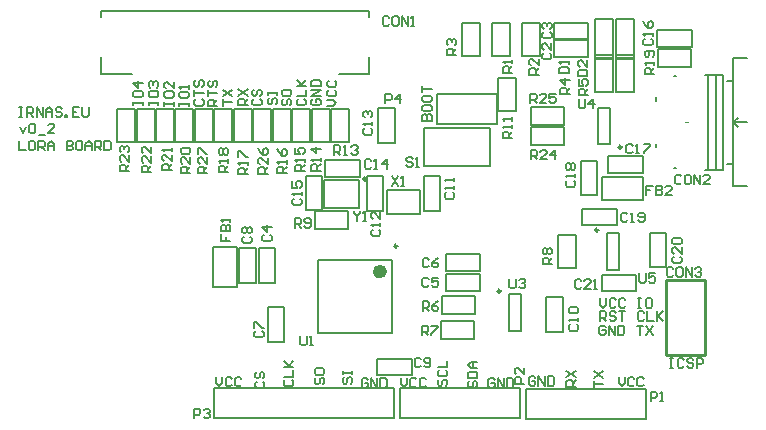
<source format=gto>
G04*
G04 #@! TF.GenerationSoftware,Altium Limited,Altium Designer,19.0.12 (326)*
G04*
G04 Layer_Color=65535*
%FSAX25Y25*%
%MOIN*%
G70*
G01*
G75*
%ADD10C,0.00984*%
%ADD11C,0.02362*%
%ADD12C,0.01181*%
%ADD13C,0.00787*%
%ADD14C,0.01000*%
%ADD15C,0.00315*%
%ADD16C,0.00591*%
%ADD17C,0.00709*%
D10*
X0487862Y0375197D02*
G03*
X0487862Y0375197I-0000492J0000000D01*
G01*
X0480079Y0347587D02*
G03*
X0480079Y0347587I-0000492J0000000D01*
G01*
X0447469Y0327264D02*
G03*
X0447469Y0327264I-0000492J0000000D01*
G01*
X0413075Y0342232D02*
G03*
X0413075Y0342232I-0000492J0000000D01*
G01*
D11*
X0408449Y0333768D02*
G03*
X0408449Y0333768I-0001181J0000000D01*
G01*
D12*
X0402724Y0364665D02*
G03*
X0402724Y0364665I-0000394J0000000D01*
G01*
D13*
X0446545Y0387413D02*
X0452545D01*
X0446545D02*
Y0398413D01*
X0452545D01*
Y0387413D02*
Y0398413D01*
X0426169Y0382894D02*
Y0392894D01*
X0446169D01*
Y0382894D02*
Y0392894D01*
X0426169Y0382894D02*
X0446169D01*
X0454547Y0405500D02*
X0460547D01*
X0454547D02*
Y0416500D01*
X0460547D01*
Y0405500D02*
Y0416500D01*
X0444500Y0416500D02*
X0450500D01*
Y0405500D02*
Y0416500D01*
X0444500Y0405500D02*
X0450500D01*
X0444500D02*
Y0416500D01*
X0434500Y0405500D02*
X0440500D01*
X0434500D02*
Y0416500D01*
X0440500D01*
Y0405500D02*
Y0416500D01*
X0479000Y0404547D02*
X0485000D01*
Y0393547D02*
Y0404547D01*
X0479000Y0393547D02*
X0485000D01*
X0479000D02*
Y0404547D01*
X0486000Y0404500D02*
X0492000D01*
Y0393500D02*
Y0404500D01*
X0486000Y0393500D02*
X0492000D01*
X0486000D02*
Y0404500D01*
X0439032Y0319736D02*
Y0325736D01*
X0428031Y0319736D02*
X0439032D01*
X0428031D02*
Y0325736D01*
X0439032D01*
X0427638Y0311370D02*
Y0317370D01*
X0438638D01*
Y0311370D02*
Y0317370D01*
X0427638Y0311370D02*
X0438638D01*
X0466500Y0335000D02*
X0472500D01*
X0466500D02*
Y0346000D01*
X0472500D01*
Y0335000D02*
Y0346000D01*
X0396512Y0347984D02*
Y0353984D01*
X0385512Y0347984D02*
X0396512D01*
X0385512D02*
Y0353984D01*
X0396512D01*
X0391000Y0387953D02*
X0397000D01*
Y0376953D02*
Y0387953D01*
X0391000Y0376953D02*
X0397000D01*
X0391000D02*
Y0387953D01*
X0384514D02*
X0390514D01*
Y0376953D02*
Y0387953D01*
X0384514Y0376953D02*
X0390514D01*
X0384514D02*
Y0387953D01*
X0378028D02*
X0384028D01*
Y0376953D02*
Y0387953D01*
X0378028Y0376953D02*
X0384028D01*
X0378028D02*
Y0387953D01*
X0371542D02*
X0377542D01*
Y0376953D02*
Y0387953D01*
X0371542Y0376953D02*
X0377542D01*
X0371542D02*
Y0387953D01*
X0358570D02*
X0364570D01*
Y0376953D02*
Y0387953D01*
X0358570Y0376953D02*
X0364570D01*
X0358570D02*
Y0387953D01*
X0352084D02*
X0358084D01*
Y0376953D02*
Y0387953D01*
X0352084Y0376953D02*
X0358084D01*
X0352084D02*
Y0387953D01*
X0510953Y0402000D02*
Y0408000D01*
X0499953Y0402000D02*
X0510953D01*
X0499953D02*
Y0408000D01*
X0510953D01*
X0339112Y0387953D02*
X0345112D01*
Y0376953D02*
Y0387953D01*
X0339112Y0376953D02*
X0345112D01*
X0339112D02*
Y0387953D01*
X0332626Y0387953D02*
X0338626D01*
Y0376953D02*
Y0387953D01*
X0332626Y0376953D02*
X0338626D01*
X0332626D02*
Y0387953D01*
X0326139D02*
X0332139D01*
Y0376953D02*
Y0387953D01*
X0326139Y0376953D02*
X0332139D01*
X0326139D02*
Y0387953D01*
X0319654D02*
X0325654D01*
Y0376953D02*
Y0387953D01*
X0319654Y0376953D02*
X0325654D01*
X0319654D02*
Y0387953D01*
X0468559Y0376055D02*
Y0382055D01*
X0457559Y0376055D02*
X0468559D01*
X0457559D02*
Y0382055D01*
X0468559D01*
Y0382555D02*
Y0388555D01*
X0457559Y0382555D02*
X0468559D01*
X0457559D02*
Y0388555D01*
X0468559D01*
X0365056Y0387953D02*
X0371056D01*
Y0376953D02*
Y0387953D01*
X0365056Y0376953D02*
X0371056D01*
X0365056D02*
Y0387953D01*
X0345598Y0387953D02*
X0351598D01*
Y0376953D02*
Y0387953D01*
X0345598Y0376953D02*
X0351598D01*
X0345598D02*
Y0387953D01*
X0351642Y0342028D02*
X0359516D01*
X0351642Y0328642D02*
Y0342028D01*
Y0328642D02*
X0359516D01*
Y0342028D01*
X0494827Y0357563D02*
Y0365437D01*
X0481441D02*
X0494827D01*
X0481441Y0357563D02*
Y0365437D01*
Y0357563D02*
X0494827D01*
X0465250Y0410797D02*
X0476750D01*
Y0405297D02*
Y0410797D01*
X0465250Y0405297D02*
X0476750D01*
X0465250D02*
Y0410797D01*
Y0416703D02*
X0476750D01*
Y0411203D02*
Y0416703D01*
X0465250Y0411203D02*
X0476750D01*
X0465250D02*
Y0416703D01*
X0372305Y0329978D02*
Y0341478D01*
X0366805Y0329978D02*
X0372305D01*
X0366805D02*
Y0341478D01*
X0372305D01*
X0429258Y0332868D02*
X0440758D01*
Y0327368D02*
Y0332868D01*
X0429258Y0327368D02*
X0440758D01*
X0429258D02*
Y0332868D01*
X0429159Y0339579D02*
X0440659D01*
Y0334079D02*
Y0339579D01*
X0429159Y0334079D02*
X0440659D01*
X0429159D02*
Y0339579D01*
X0369856Y0310392D02*
Y0321892D01*
X0375356D01*
Y0310392D02*
Y0321892D01*
X0369856Y0310392D02*
X0375356D01*
X0365908Y0330077D02*
Y0341577D01*
X0360407Y0330077D02*
X0365908D01*
X0360407D02*
Y0341577D01*
X0365908D01*
X0406395Y0299219D02*
X0417895D01*
X0406395D02*
Y0304718D01*
X0417895D01*
Y0299219D02*
Y0304718D01*
X0462671Y0313640D02*
Y0325140D01*
X0468171D01*
Y0313640D02*
Y0325140D01*
X0462671Y0313640D02*
X0468171D01*
X0421895Y0353957D02*
Y0365457D01*
X0427395D01*
Y0353957D02*
Y0365457D01*
X0421895Y0353957D02*
X0427395D01*
X0402895Y0353956D02*
Y0365456D01*
X0408395D01*
Y0353956D02*
Y0365456D01*
X0402895Y0353956D02*
X0408395D01*
X0406750Y0376703D02*
Y0388203D01*
X0412250D01*
Y0376703D02*
Y0388203D01*
X0406750Y0376703D02*
X0412250D01*
X0389002Y0365360D02*
X0400502D01*
X0389002D02*
Y0370860D01*
X0400502D01*
Y0365360D02*
Y0370860D01*
X0382553Y0354191D02*
Y0365691D01*
X0388053D01*
Y0354191D02*
Y0365691D01*
X0382553Y0354191D02*
X0388053D01*
X0499750Y0408750D02*
X0511250D01*
X0499750D02*
Y0414250D01*
X0511250D01*
Y0408750D02*
Y0414250D01*
X0483357Y0366750D02*
X0494857D01*
X0483357D02*
Y0372250D01*
X0494857D01*
Y0366750D02*
Y0372250D01*
X0474250Y0359250D02*
Y0370750D01*
X0479750D01*
Y0359250D02*
Y0370750D01*
X0474250Y0359250D02*
X0479750D01*
X0474750Y0354750D02*
X0486250D01*
Y0349250D02*
Y0354750D01*
X0474750Y0349250D02*
X0486250D01*
X0474750D02*
Y0354750D01*
X0502750Y0335250D02*
Y0346750D01*
X0497250Y0335250D02*
X0502750D01*
X0497250D02*
Y0346750D01*
X0502750D01*
X0481250Y0327250D02*
X0492750D01*
X0481250D02*
Y0332750D01*
X0492750D01*
Y0327250D02*
Y0332750D01*
X0479988Y0376181D02*
Y0388386D01*
X0483925Y0376181D02*
Y0388386D01*
X0479988D02*
X0483925D01*
X0479988Y0376181D02*
X0483925D01*
X0483032Y0346602D02*
X0486969D01*
X0483032Y0334398D02*
X0486969D01*
X0483032D02*
Y0346602D01*
X0486969Y0334398D02*
Y0346602D01*
X0450421Y0326279D02*
X0454358D01*
X0450421Y0314075D02*
X0454358D01*
X0450421D02*
Y0326279D01*
X0454358Y0314075D02*
Y0326279D01*
X0314362Y0418535D02*
Y0420504D01*
X0403732D01*
Y0418535D02*
Y0420504D01*
X0314362Y0399638D02*
X0324598D01*
X0314362D02*
Y0405150D01*
X0403732Y0399638D02*
Y0405150D01*
X0393496Y0399638D02*
X0403732D01*
X0421976Y0368996D02*
Y0381594D01*
Y0368996D02*
X0444024D01*
Y0381594D01*
X0421976Y0381594D02*
X0444024Y0381594D01*
X0386795Y0337705D02*
X0411205D01*
X0386795Y0313295D02*
X0411205D01*
Y0337705D01*
X0386795Y0313295D02*
Y0337705D01*
X0409488Y0353063D02*
X0420511D01*
Y0360937D01*
X0409488D02*
X0420511D01*
X0409488Y0353063D02*
Y0360937D01*
X0411917Y0284862D02*
Y0294862D01*
X0351917Y0284862D02*
Y0294862D01*
X0411917Y0294862D01*
X0351917Y0284862D02*
X0411917Y0284862D01*
X0485000Y0405000D02*
Y0418000D01*
X0479000Y0418000D02*
X0485000Y0418000D01*
X0479000Y0418000D02*
X0479000Y0405000D01*
Y0406000D02*
X0485000D01*
X0479000Y0405000D02*
X0485000Y0405000D01*
X0492000Y0418000D02*
X0492000Y0405000D01*
X0486000Y0418000D02*
X0492000Y0418000D01*
X0486000Y0418000D02*
X0486000Y0405000D01*
Y0406000D02*
X0492000D01*
X0486000Y0405000D02*
X0492000Y0405000D01*
X0388551Y0354823D02*
X0400362D01*
Y0364272D01*
X0388551D02*
X0400362D01*
X0388551Y0354823D02*
Y0364272D01*
X0414004Y0284862D02*
Y0294862D01*
X0454004Y0294862D01*
X0414004Y0284862D02*
X0454004Y0284862D01*
Y0294862D01*
X0496032Y0284764D02*
Y0294764D01*
X0456032Y0284764D02*
X0496032Y0284764D01*
X0456032Y0294764D02*
X0496032Y0294764D01*
X0456032Y0284764D02*
Y0294764D01*
X0524984Y0383535D02*
X0526559Y0381961D01*
X0524984Y0383535D02*
X0526559Y0385110D01*
X0524984Y0383535D02*
X0529709D01*
X0523016Y0369756D02*
X0524984D01*
X0523016Y0397315D02*
X0524984D01*
X0499197Y0375268D02*
Y0376449D01*
X0505299Y0398890D02*
X0506087D01*
X0519276Y0367787D02*
Y0399284D01*
X0516520Y0367787D02*
Y0399284D01*
X0515535D02*
X0521638D01*
X0515535Y0367787D02*
X0521638D01*
Y0399284D01*
X0505299Y0368181D02*
X0506087D01*
X0499197Y0390622D02*
Y0391803D01*
X0524984Y0362276D02*
X0529709D01*
X0524984D02*
Y0404795D01*
X0529709D01*
D14*
X0502500Y0306110D02*
Y0331110D01*
Y0306110D02*
X0515500D01*
Y0331110D01*
X0502500D02*
X0515500D01*
D15*
X0509039Y0383535D02*
X0509827D01*
D16*
X0451346Y0378346D02*
X0448198D01*
Y0379921D01*
X0448723Y0380446D01*
X0449772D01*
X0450297Y0379921D01*
Y0378346D01*
Y0379396D02*
X0451346Y0380446D01*
Y0381495D02*
Y0382545D01*
Y0382020D01*
X0448198D01*
X0448723Y0381495D01*
X0451346Y0384119D02*
Y0385168D01*
Y0384644D01*
X0448198D01*
X0448723Y0384119D01*
D17*
X0421328Y0384055D02*
X0424476D01*
Y0385629D01*
X0423952Y0386154D01*
X0423427D01*
X0422902Y0385629D01*
Y0384055D01*
Y0385629D01*
X0422377Y0386154D01*
X0421852D01*
X0421328Y0385629D01*
Y0384055D01*
Y0388778D02*
Y0387729D01*
X0421852Y0387204D01*
X0423952D01*
X0424476Y0387729D01*
Y0388778D01*
X0423952Y0389303D01*
X0421852D01*
X0421328Y0388778D01*
Y0391927D02*
Y0390877D01*
X0421852Y0390352D01*
X0423952D01*
X0424476Y0390877D01*
Y0391927D01*
X0423952Y0392451D01*
X0421852D01*
X0421328Y0391927D01*
Y0393501D02*
Y0395600D01*
Y0394550D01*
X0424476D01*
X0287075Y0377361D02*
Y0374213D01*
X0289174D01*
X0291798Y0377361D02*
X0290748D01*
X0290223Y0376836D01*
Y0374737D01*
X0290748Y0374213D01*
X0291798D01*
X0292322Y0374737D01*
Y0376836D01*
X0291798Y0377361D01*
X0293372Y0374213D02*
Y0377361D01*
X0294946D01*
X0295471Y0376836D01*
Y0375787D01*
X0294946Y0375262D01*
X0293372D01*
X0294422D02*
X0295471Y0374213D01*
X0296521D02*
Y0376312D01*
X0297570Y0377361D01*
X0298620Y0376312D01*
Y0374213D01*
Y0375787D01*
X0296521D01*
X0302818Y0377361D02*
Y0374213D01*
X0304392D01*
X0304917Y0374737D01*
Y0375262D01*
X0304392Y0375787D01*
X0302818D01*
X0304392D01*
X0304917Y0376312D01*
Y0376836D01*
X0304392Y0377361D01*
X0302818D01*
X0307541D02*
X0306491D01*
X0305966Y0376836D01*
Y0374737D01*
X0306491Y0374213D01*
X0307541D01*
X0308065Y0374737D01*
Y0376836D01*
X0307541Y0377361D01*
X0309115Y0374213D02*
Y0376312D01*
X0310164Y0377361D01*
X0311214Y0376312D01*
Y0374213D01*
Y0375787D01*
X0309115D01*
X0312263Y0374213D02*
Y0377361D01*
X0313838D01*
X0314363Y0376836D01*
Y0375787D01*
X0313838Y0375262D01*
X0312263D01*
X0313313D02*
X0314363Y0374213D01*
X0315412Y0377361D02*
Y0374213D01*
X0316986D01*
X0317511Y0374737D01*
Y0376836D01*
X0316986Y0377361D01*
X0315412D01*
X0287173Y0382020D02*
X0288223Y0379921D01*
X0289272Y0382020D01*
X0290322Y0382545D02*
X0290847Y0383070D01*
X0291896D01*
X0292421Y0382545D01*
Y0380446D01*
X0291896Y0379921D01*
X0290847D01*
X0290322Y0380446D01*
Y0382545D01*
X0293470Y0379397D02*
X0295569D01*
X0298718Y0379921D02*
X0296619D01*
X0298718Y0382020D01*
Y0382545D01*
X0298193Y0383070D01*
X0297144D01*
X0296619Y0382545D01*
X0287075Y0388582D02*
X0288124D01*
X0287600D01*
Y0385433D01*
X0287075D01*
X0288124D01*
X0289699D02*
Y0388582D01*
X0291273D01*
X0291798Y0388057D01*
Y0387007D01*
X0291273Y0386483D01*
X0289699D01*
X0290748D02*
X0291798Y0385433D01*
X0292847D02*
Y0388582D01*
X0294946Y0385433D01*
Y0388582D01*
X0295996Y0385433D02*
Y0387532D01*
X0297045Y0388582D01*
X0298095Y0387532D01*
Y0385433D01*
Y0387007D01*
X0295996D01*
X0301243Y0388057D02*
X0300719Y0388582D01*
X0299669D01*
X0299144Y0388057D01*
Y0387532D01*
X0299669Y0387007D01*
X0300719D01*
X0301243Y0386483D01*
Y0385958D01*
X0300719Y0385433D01*
X0299669D01*
X0299144Y0385958D01*
X0302293Y0385433D02*
Y0385958D01*
X0302818D01*
Y0385433D01*
X0302293D01*
X0307016Y0388582D02*
X0304917D01*
Y0385433D01*
X0307016D01*
X0304917Y0387007D02*
X0305966D01*
X0308065Y0388582D02*
Y0385958D01*
X0308590Y0385433D01*
X0309640D01*
X0310164Y0385958D01*
Y0388582D01*
X0482481Y0315222D02*
X0481956Y0315747D01*
X0480907D01*
X0480382Y0315222D01*
Y0313123D01*
X0480907Y0312598D01*
X0481956D01*
X0482481Y0313123D01*
Y0314173D01*
X0481431D01*
X0483531Y0312598D02*
Y0315747D01*
X0485630Y0312598D01*
Y0315747D01*
X0486679D02*
Y0312598D01*
X0488253D01*
X0488778Y0313123D01*
Y0315222D01*
X0488253Y0315747D01*
X0486679D01*
X0492976D02*
X0495075D01*
X0494026D01*
Y0312598D01*
X0496125Y0315747D02*
X0498224Y0312598D01*
Y0315747D02*
X0496125Y0312598D01*
X0480677Y0317323D02*
Y0320471D01*
X0482252D01*
X0482776Y0319947D01*
Y0318897D01*
X0482252Y0318372D01*
X0480677D01*
X0481727D02*
X0482776Y0317323D01*
X0485925Y0319947D02*
X0485400Y0320471D01*
X0484350D01*
X0483826Y0319947D01*
Y0319422D01*
X0484350Y0318897D01*
X0485400D01*
X0485925Y0318372D01*
Y0317848D01*
X0485400Y0317323D01*
X0484350D01*
X0483826Y0317848D01*
X0486974Y0320471D02*
X0489073D01*
X0488024D01*
Y0317323D01*
X0495371Y0319947D02*
X0494846Y0320471D01*
X0493796D01*
X0493271Y0319947D01*
Y0317848D01*
X0493796Y0317323D01*
X0494846D01*
X0495371Y0317848D01*
X0496420Y0320471D02*
Y0317323D01*
X0498519D01*
X0499569Y0320471D02*
Y0317323D01*
Y0318372D01*
X0501668Y0320471D01*
X0500094Y0318897D01*
X0501668Y0317323D01*
X0480677Y0324802D02*
Y0322703D01*
X0481727Y0321654D01*
X0482776Y0322703D01*
Y0324802D01*
X0485925Y0324277D02*
X0485400Y0324802D01*
X0484350D01*
X0483826Y0324277D01*
Y0322178D01*
X0484350Y0321654D01*
X0485400D01*
X0485925Y0322178D01*
X0489073Y0324277D02*
X0488549Y0324802D01*
X0487499D01*
X0486974Y0324277D01*
Y0322178D01*
X0487499Y0321654D01*
X0488549D01*
X0489073Y0322178D01*
X0493271Y0324802D02*
X0494321D01*
X0493796D01*
Y0321654D01*
X0493271D01*
X0494321D01*
X0497470Y0324802D02*
X0496420D01*
X0495895Y0324277D01*
Y0322178D01*
X0496420Y0321654D01*
X0497470D01*
X0497994Y0322178D01*
Y0324277D01*
X0497470Y0324802D01*
X0486811Y0298621D02*
Y0296522D01*
X0487860Y0295472D01*
X0488910Y0296522D01*
Y0298621D01*
X0492059Y0298096D02*
X0491534Y0298621D01*
X0490484D01*
X0489959Y0298096D01*
Y0295997D01*
X0490484Y0295472D01*
X0491534D01*
X0492059Y0295997D01*
X0495207Y0298096D02*
X0494682Y0298621D01*
X0493633D01*
X0493108Y0298096D01*
Y0295997D01*
X0493633Y0295472D01*
X0494682D01*
X0495207Y0295997D01*
X0459056Y0298293D02*
X0458531Y0298818D01*
X0457481D01*
X0456957Y0298293D01*
Y0296194D01*
X0457481Y0295669D01*
X0458531D01*
X0459056Y0296194D01*
Y0297244D01*
X0458006D01*
X0460105Y0295669D02*
Y0298818D01*
X0462204Y0295669D01*
Y0298818D01*
X0463254D02*
Y0295669D01*
X0464828D01*
X0465353Y0296194D01*
Y0298293D01*
X0464828Y0298818D01*
X0463254D01*
X0478611Y0295276D02*
Y0297375D01*
Y0296325D01*
X0481760D01*
X0478611Y0298424D02*
X0481760Y0300523D01*
X0478611D02*
X0481760Y0298424D01*
X0472606Y0295374D02*
X0469458D01*
Y0296948D01*
X0469982Y0297473D01*
X0471032D01*
X0471557Y0296948D01*
Y0295374D01*
Y0296424D02*
X0472606Y0297473D01*
X0469458Y0298523D02*
X0472606Y0300622D01*
X0469458D02*
X0472606Y0298523D01*
X0437108Y0297276D02*
X0436584Y0296751D01*
Y0295702D01*
X0437108Y0295177D01*
X0437633D01*
X0438158Y0295702D01*
Y0296751D01*
X0438683Y0297276D01*
X0439208D01*
X0439732Y0296751D01*
Y0295702D01*
X0439208Y0295177D01*
X0436584Y0298326D02*
X0439732D01*
Y0299900D01*
X0439208Y0300425D01*
X0437108D01*
X0436584Y0299900D01*
Y0298326D01*
X0439732Y0301474D02*
X0437633D01*
X0436584Y0302524D01*
X0437633Y0303573D01*
X0439732D01*
X0438158D01*
Y0301474D01*
X0427069Y0297768D02*
X0426544Y0297244D01*
Y0296194D01*
X0427069Y0295669D01*
X0427594D01*
X0428119Y0296194D01*
Y0297244D01*
X0428643Y0297768D01*
X0429168D01*
X0429693Y0297244D01*
Y0296194D01*
X0429168Y0295669D01*
X0427069Y0300917D02*
X0426544Y0300392D01*
Y0299343D01*
X0427069Y0298818D01*
X0429168D01*
X0429693Y0299343D01*
Y0300392D01*
X0429168Y0300917D01*
X0426544Y0301967D02*
X0429693D01*
Y0304065D01*
X0445473Y0297703D02*
X0444948Y0298227D01*
X0443899D01*
X0443374Y0297703D01*
Y0295603D01*
X0443899Y0295079D01*
X0444948D01*
X0445473Y0295603D01*
Y0296653D01*
X0444423D01*
X0446523Y0295079D02*
Y0298227D01*
X0448622Y0295079D01*
Y0298227D01*
X0449671D02*
Y0295079D01*
X0451245D01*
X0451770Y0295603D01*
Y0297703D01*
X0451245Y0298227D01*
X0449671D01*
X0414173Y0298326D02*
Y0296227D01*
X0415223Y0295177D01*
X0416272Y0296227D01*
Y0298326D01*
X0419421Y0297801D02*
X0418896Y0298326D01*
X0417846D01*
X0417322Y0297801D01*
Y0295702D01*
X0417846Y0295177D01*
X0418896D01*
X0419421Y0295702D01*
X0422569Y0297801D02*
X0422045Y0298326D01*
X0420995D01*
X0420470Y0297801D01*
Y0295702D01*
X0420995Y0295177D01*
X0422045D01*
X0422569Y0295702D01*
X0352657Y0298621D02*
Y0296522D01*
X0353707Y0295472D01*
X0354756Y0296522D01*
Y0298621D01*
X0357905Y0298096D02*
X0357380Y0298621D01*
X0356331D01*
X0355806Y0298096D01*
Y0295997D01*
X0356331Y0295472D01*
X0357380D01*
X0357905Y0295997D01*
X0361054Y0298096D02*
X0360529Y0298621D01*
X0359479D01*
X0358955Y0298096D01*
Y0295997D01*
X0359479Y0295472D01*
X0360529D01*
X0361054Y0295997D01*
X0403249Y0297604D02*
X0402724Y0298129D01*
X0401674D01*
X0401150Y0297604D01*
Y0295505D01*
X0401674Y0294980D01*
X0402724D01*
X0403249Y0295505D01*
Y0296555D01*
X0402199D01*
X0404298Y0294980D02*
Y0298129D01*
X0406397Y0294980D01*
Y0298129D01*
X0407447D02*
Y0294980D01*
X0409021D01*
X0409546Y0295505D01*
Y0297604D01*
X0409021Y0298129D01*
X0407447D01*
X0395376Y0298457D02*
X0394851Y0297933D01*
Y0296883D01*
X0395376Y0296358D01*
X0395901D01*
X0396426Y0296883D01*
Y0297933D01*
X0396951Y0298457D01*
X0397475D01*
X0398000Y0297933D01*
Y0296883D01*
X0397475Y0296358D01*
X0394851Y0299507D02*
Y0300556D01*
Y0300032D01*
X0398000D01*
Y0299507D01*
Y0300556D01*
X0386124Y0298359D02*
X0385599Y0297834D01*
Y0296785D01*
X0386124Y0296260D01*
X0386649D01*
X0387174Y0296785D01*
Y0297834D01*
X0387699Y0298359D01*
X0388223D01*
X0388748Y0297834D01*
Y0296785D01*
X0388223Y0296260D01*
X0385599Y0300983D02*
Y0299933D01*
X0386124Y0299408D01*
X0388223D01*
X0388748Y0299933D01*
Y0300983D01*
X0388223Y0301507D01*
X0386124D01*
X0385599Y0300983D01*
X0375789Y0297670D02*
X0375265Y0297145D01*
Y0296096D01*
X0375789Y0295571D01*
X0377889D01*
X0378413Y0296096D01*
Y0297145D01*
X0377889Y0297670D01*
X0375265Y0298720D02*
X0378413D01*
Y0300818D01*
X0375265Y0301868D02*
X0378413D01*
X0377364D01*
X0375265Y0303967D01*
X0376839Y0302393D01*
X0378413Y0303967D01*
X0366144Y0297079D02*
X0365619Y0296555D01*
Y0295505D01*
X0366144Y0294980D01*
X0368243D01*
X0368768Y0295505D01*
Y0296555D01*
X0368243Y0297079D01*
X0366144Y0300228D02*
X0365619Y0299703D01*
Y0298654D01*
X0366144Y0298129D01*
X0366669D01*
X0367193Y0298654D01*
Y0299703D01*
X0367718Y0300228D01*
X0368243D01*
X0368768Y0299703D01*
Y0298654D01*
X0368243Y0298129D01*
X0389635Y0388976D02*
X0391734D01*
X0392783Y0390026D01*
X0391734Y0391075D01*
X0389635D01*
X0390160Y0394224D02*
X0389635Y0393699D01*
Y0392650D01*
X0390160Y0392125D01*
X0392259D01*
X0392783Y0392650D01*
Y0393699D01*
X0392259Y0394224D01*
X0390160Y0397373D02*
X0389635Y0396848D01*
Y0395798D01*
X0390160Y0395274D01*
X0392259D01*
X0392783Y0395798D01*
Y0396848D01*
X0392259Y0397373D01*
X0384845Y0391272D02*
X0384320Y0390747D01*
Y0389698D01*
X0384845Y0389173D01*
X0386944D01*
X0387469Y0389698D01*
Y0390747D01*
X0386944Y0391272D01*
X0385894D01*
Y0390223D01*
X0387469Y0392322D02*
X0384320D01*
X0387469Y0394421D01*
X0384320D01*
Y0395470D02*
X0387469D01*
Y0397045D01*
X0386944Y0397569D01*
X0384845D01*
X0384320Y0397045D01*
Y0395470D01*
X0380022Y0391272D02*
X0379497Y0390747D01*
Y0389698D01*
X0380022Y0389173D01*
X0382121D01*
X0382646Y0389698D01*
Y0390747D01*
X0382121Y0391272D01*
X0379497Y0392322D02*
X0382646D01*
Y0394421D01*
X0379497Y0395470D02*
X0382646D01*
X0381596D01*
X0379497Y0397569D01*
X0381071Y0395995D01*
X0382646Y0397569D01*
X0375101Y0391272D02*
X0374576Y0390747D01*
Y0389698D01*
X0375101Y0389173D01*
X0375625D01*
X0376150Y0389698D01*
Y0390747D01*
X0376675Y0391272D01*
X0377200D01*
X0377724Y0390747D01*
Y0389698D01*
X0377200Y0389173D01*
X0374576Y0393896D02*
Y0392847D01*
X0375101Y0392322D01*
X0377200D01*
X0377724Y0392847D01*
Y0393896D01*
X0377200Y0394421D01*
X0375101D01*
X0374576Y0393896D01*
X0370376Y0391568D02*
X0369851Y0391043D01*
Y0389993D01*
X0370376Y0389469D01*
X0370901D01*
X0371426Y0389993D01*
Y0391043D01*
X0371951Y0391568D01*
X0372475D01*
X0373000Y0391043D01*
Y0389993D01*
X0372475Y0389469D01*
X0369851Y0392617D02*
Y0393667D01*
Y0393142D01*
X0373000D01*
Y0392617D01*
Y0393667D01*
X0365258Y0391272D02*
X0364733Y0390747D01*
Y0389698D01*
X0365258Y0389173D01*
X0367357D01*
X0367882Y0389698D01*
Y0390747D01*
X0367357Y0391272D01*
X0365258Y0394421D02*
X0364733Y0393896D01*
Y0392847D01*
X0365258Y0392322D01*
X0365783D01*
X0366308Y0392847D01*
Y0393896D01*
X0366832Y0394421D01*
X0367357D01*
X0367882Y0393896D01*
Y0392847D01*
X0367357Y0392322D01*
X0363189Y0389272D02*
X0360040D01*
Y0390846D01*
X0360565Y0391371D01*
X0361615D01*
X0362139Y0390846D01*
Y0389272D01*
Y0390321D02*
X0363189Y0391371D01*
X0360040Y0392420D02*
X0363189Y0394519D01*
X0360040D02*
X0363189Y0392420D01*
X0354935Y0389075D02*
Y0391174D01*
Y0390124D01*
X0358084D01*
X0354935Y0392223D02*
X0358084Y0394322D01*
X0354935D02*
X0358084Y0392223D01*
X0353118Y0388976D02*
X0349970D01*
Y0390551D01*
X0350494Y0391075D01*
X0351544D01*
X0352069Y0390551D01*
Y0388976D01*
Y0390026D02*
X0353118Y0391075D01*
X0349970Y0392125D02*
Y0394224D01*
Y0393175D01*
X0353118D01*
X0350494Y0397373D02*
X0349970Y0396848D01*
Y0395798D01*
X0350494Y0395274D01*
X0351019D01*
X0351544Y0395798D01*
Y0396848D01*
X0352069Y0397373D01*
X0352593D01*
X0353118Y0396848D01*
Y0395798D01*
X0352593Y0395274D01*
X0345868Y0391174D02*
X0345343Y0390649D01*
Y0389600D01*
X0345868Y0389075D01*
X0347967D01*
X0348492Y0389600D01*
Y0390649D01*
X0347967Y0391174D01*
X0345343Y0392223D02*
Y0394322D01*
Y0393273D01*
X0348492D01*
X0345868Y0397471D02*
X0345343Y0396946D01*
Y0395897D01*
X0345868Y0395372D01*
X0346393D01*
X0346918Y0395897D01*
Y0396946D01*
X0347443Y0397471D01*
X0347967D01*
X0348492Y0396946D01*
Y0395897D01*
X0347967Y0395372D01*
X0340324Y0388976D02*
Y0390026D01*
Y0389501D01*
X0343472D01*
Y0388976D01*
Y0390026D01*
X0340324Y0393175D02*
Y0392125D01*
X0340849Y0391600D01*
X0342948D01*
X0343472Y0392125D01*
Y0393175D01*
X0342948Y0393699D01*
X0340849D01*
X0340324Y0393175D01*
X0343472Y0394749D02*
Y0395798D01*
Y0395274D01*
X0340324D01*
X0340849Y0394749D01*
X0335403Y0389075D02*
Y0390124D01*
Y0389600D01*
X0338551D01*
Y0389075D01*
Y0390124D01*
X0335403Y0393273D02*
Y0392223D01*
X0335927Y0391699D01*
X0338026D01*
X0338551Y0392223D01*
Y0393273D01*
X0338026Y0393798D01*
X0335927D01*
X0335403Y0393273D01*
X0338551Y0396946D02*
Y0394847D01*
X0336452Y0396946D01*
X0335927D01*
X0335403Y0396422D01*
Y0395372D01*
X0335927Y0394847D01*
X0330186Y0389272D02*
Y0390321D01*
Y0389796D01*
X0333335D01*
Y0389272D01*
Y0390321D01*
X0330186Y0393470D02*
Y0392420D01*
X0330711Y0391896D01*
X0332810D01*
X0333335Y0392420D01*
Y0393470D01*
X0332810Y0393994D01*
X0330711D01*
X0330186Y0393470D01*
X0330711Y0395044D02*
X0330186Y0395569D01*
Y0396618D01*
X0330711Y0397143D01*
X0331236D01*
X0331760Y0396618D01*
Y0396094D01*
Y0396618D01*
X0332285Y0397143D01*
X0332810D01*
X0333335Y0396618D01*
Y0395569D01*
X0332810Y0395044D01*
X0325068Y0389272D02*
Y0390321D01*
Y0389796D01*
X0328217D01*
Y0389272D01*
Y0390321D01*
X0325068Y0393470D02*
Y0392420D01*
X0325593Y0391896D01*
X0327692D01*
X0328217Y0392420D01*
Y0393470D01*
X0327692Y0393994D01*
X0325593D01*
X0325068Y0393470D01*
X0328217Y0396618D02*
X0325068D01*
X0326642Y0395044D01*
Y0397143D01*
X0503905Y0304920D02*
X0504955D01*
X0504430D01*
Y0301772D01*
X0503905D01*
X0504955D01*
X0508628Y0304396D02*
X0508104Y0304920D01*
X0507054D01*
X0506529Y0304396D01*
Y0302296D01*
X0507054Y0301772D01*
X0508104D01*
X0508628Y0302296D01*
X0511777Y0304396D02*
X0511252Y0304920D01*
X0510203D01*
X0509678Y0304396D01*
Y0303871D01*
X0510203Y0303346D01*
X0511252D01*
X0511777Y0302821D01*
Y0302296D01*
X0511252Y0301772D01*
X0510203D01*
X0509678Y0302296D01*
X0512826Y0301772D02*
Y0304920D01*
X0514401D01*
X0514926Y0304396D01*
Y0303346D01*
X0514401Y0302821D01*
X0512826D01*
X0450461Y0331397D02*
Y0328773D01*
X0450985Y0328248D01*
X0452035D01*
X0452560Y0328773D01*
Y0331397D01*
X0453609Y0330872D02*
X0454134Y0331397D01*
X0455184D01*
X0455708Y0330872D01*
Y0330347D01*
X0455184Y0329822D01*
X0454659D01*
X0455184D01*
X0455708Y0329298D01*
Y0328773D01*
X0455184Y0328248D01*
X0454134D01*
X0453609Y0328773D01*
X0410335Y0418273D02*
X0409810Y0418798D01*
X0408761D01*
X0408236Y0418273D01*
Y0416174D01*
X0408761Y0415650D01*
X0409810D01*
X0410335Y0416174D01*
X0412959Y0418798D02*
X0411910D01*
X0411385Y0418273D01*
Y0416174D01*
X0411910Y0415650D01*
X0412959D01*
X0413484Y0416174D01*
Y0418273D01*
X0412959Y0418798D01*
X0414533Y0415650D02*
Y0418798D01*
X0416632Y0415650D01*
Y0418798D01*
X0417682Y0415650D02*
X0418731D01*
X0418207D01*
Y0418798D01*
X0417682Y0418273D01*
X0493768Y0333267D02*
Y0330643D01*
X0494292Y0330118D01*
X0495342D01*
X0495867Y0330643D01*
Y0333267D01*
X0499015D02*
X0496916D01*
Y0331692D01*
X0497966Y0332217D01*
X0498491D01*
X0499015Y0331692D01*
Y0330643D01*
X0498491Y0330118D01*
X0497441D01*
X0496916Y0330643D01*
X0473591Y0391338D02*
Y0388714D01*
X0474115Y0388189D01*
X0475165D01*
X0475690Y0388714D01*
Y0391338D01*
X0478313Y0388189D02*
Y0391338D01*
X0476739Y0389763D01*
X0478838D01*
X0380776Y0312401D02*
Y0309777D01*
X0381300Y0309252D01*
X0382350D01*
X0382875Y0309777D01*
Y0312401D01*
X0383924Y0309252D02*
X0384974D01*
X0384449D01*
Y0312401D01*
X0383924Y0311876D01*
X0398492Y0353936D02*
Y0353411D01*
X0399542Y0352362D01*
X0400591Y0353411D01*
Y0353936D01*
X0399542Y0352362D02*
Y0350787D01*
X0401641D02*
X0402690D01*
X0402166D01*
Y0353936D01*
X0401641Y0353411D01*
X0411189Y0365550D02*
X0413288Y0362402D01*
Y0365550D02*
X0411189Y0362402D01*
X0414338D02*
X0415387D01*
X0414862D01*
Y0365550D01*
X0414338Y0365025D01*
X0418209Y0371325D02*
X0417685Y0371849D01*
X0416635D01*
X0416110Y0371325D01*
Y0370800D01*
X0416635Y0370275D01*
X0417685D01*
X0418209Y0369750D01*
Y0369226D01*
X0417685Y0368701D01*
X0416635D01*
X0416110Y0369226D01*
X0419259Y0368701D02*
X0420308D01*
X0419784D01*
Y0371849D01*
X0419259Y0371325D01*
X0349772Y0366634D02*
X0346623D01*
Y0368208D01*
X0347148Y0368733D01*
X0348197D01*
X0348722Y0368208D01*
Y0366634D01*
Y0367683D02*
X0349772Y0368733D01*
Y0371882D02*
Y0369782D01*
X0347673Y0371882D01*
X0347148D01*
X0346623Y0371357D01*
Y0370307D01*
X0347148Y0369782D01*
X0346623Y0372931D02*
Y0375030D01*
X0347148D01*
X0349247Y0372931D01*
X0349772D01*
X0369850Y0366437D02*
X0366702D01*
Y0368011D01*
X0367227Y0368536D01*
X0368276D01*
X0368801Y0368011D01*
Y0366437D01*
Y0367487D02*
X0369850Y0368536D01*
Y0371685D02*
Y0369586D01*
X0367751Y0371685D01*
X0367227D01*
X0366702Y0371160D01*
Y0370110D01*
X0367227Y0369586D01*
X0366702Y0374833D02*
X0367227Y0373784D01*
X0368276Y0372734D01*
X0369326D01*
X0369850Y0373259D01*
Y0374308D01*
X0369326Y0374833D01*
X0368801D01*
X0368276Y0374308D01*
Y0372734D01*
X0457449Y0389961D02*
Y0393109D01*
X0459023D01*
X0459548Y0392584D01*
Y0391535D01*
X0459023Y0391010D01*
X0457449D01*
X0458498D02*
X0459548Y0389961D01*
X0462697D02*
X0460597D01*
X0462697Y0392060D01*
Y0392584D01*
X0462172Y0393109D01*
X0461122D01*
X0460597Y0392584D01*
X0465845Y0393109D02*
X0463746D01*
Y0391535D01*
X0464795Y0392060D01*
X0465320D01*
X0465845Y0391535D01*
Y0390485D01*
X0465320Y0389961D01*
X0464271D01*
X0463746Y0390485D01*
X0457646Y0371161D02*
Y0374310D01*
X0459220D01*
X0459745Y0373785D01*
Y0372736D01*
X0459220Y0372211D01*
X0457646D01*
X0458695D02*
X0459745Y0371161D01*
X0462893D02*
X0460794D01*
X0462893Y0373260D01*
Y0373785D01*
X0462368Y0374310D01*
X0461319D01*
X0460794Y0373785D01*
X0465517Y0371161D02*
Y0374310D01*
X0463943Y0372736D01*
X0466042D01*
X0323689Y0367224D02*
X0320540D01*
Y0368799D01*
X0321065Y0369323D01*
X0322115D01*
X0322639Y0368799D01*
Y0367224D01*
Y0368274D02*
X0323689Y0369323D01*
Y0372472D02*
Y0370373D01*
X0321590Y0372472D01*
X0321065D01*
X0320540Y0371947D01*
Y0370898D01*
X0321065Y0370373D01*
Y0373522D02*
X0320540Y0374046D01*
Y0375096D01*
X0321065Y0375621D01*
X0321590D01*
X0322115Y0375096D01*
Y0374571D01*
Y0375096D01*
X0322639Y0375621D01*
X0323164D01*
X0323689Y0375096D01*
Y0374046D01*
X0323164Y0373522D01*
X0330972Y0366929D02*
X0327824D01*
Y0368503D01*
X0328349Y0369028D01*
X0329398D01*
X0329923Y0368503D01*
Y0366929D01*
Y0367979D02*
X0330972Y0369028D01*
Y0372177D02*
Y0370078D01*
X0328873Y0372177D01*
X0328349D01*
X0327824Y0371652D01*
Y0370602D01*
X0328349Y0370078D01*
X0330972Y0375325D02*
Y0373226D01*
X0328873Y0375325D01*
X0328349D01*
X0327824Y0374801D01*
Y0373751D01*
X0328349Y0373226D01*
X0337862Y0367520D02*
X0334714D01*
Y0369094D01*
X0335238Y0369619D01*
X0336288D01*
X0336813Y0369094D01*
Y0367520D01*
Y0368569D02*
X0337862Y0369619D01*
Y0372767D02*
Y0370668D01*
X0335763Y0372767D01*
X0335238D01*
X0334714Y0372243D01*
Y0371193D01*
X0335238Y0370668D01*
X0337862Y0373817D02*
Y0374866D01*
Y0374342D01*
X0334714D01*
X0335238Y0373817D01*
X0344063Y0366634D02*
X0340914D01*
Y0368208D01*
X0341439Y0368733D01*
X0342489D01*
X0343014Y0368208D01*
Y0366634D01*
Y0367683D02*
X0344063Y0368733D01*
Y0371882D02*
Y0369782D01*
X0341964Y0371882D01*
X0341439D01*
X0340914Y0371357D01*
Y0370307D01*
X0341439Y0369782D01*
Y0372931D02*
X0340914Y0373456D01*
Y0374505D01*
X0341439Y0375030D01*
X0343538D01*
X0344063Y0374505D01*
Y0373456D01*
X0343538Y0372931D01*
X0341439D01*
X0498689Y0399508D02*
X0495540D01*
Y0401082D01*
X0496065Y0401607D01*
X0497115D01*
X0497639Y0401082D01*
Y0399508D01*
Y0400557D02*
X0498689Y0401607D01*
Y0402657D02*
Y0403706D01*
Y0403181D01*
X0495540D01*
X0496065Y0402657D01*
X0498164Y0405280D02*
X0498689Y0405805D01*
Y0406855D01*
X0498164Y0407379D01*
X0496065D01*
X0495540Y0406855D01*
Y0405805D01*
X0496065Y0405280D01*
X0496590D01*
X0497115Y0405805D01*
Y0407379D01*
X0356661Y0366929D02*
X0353513D01*
Y0368503D01*
X0354038Y0369028D01*
X0355087D01*
X0355612Y0368503D01*
Y0366929D01*
Y0367979D02*
X0356661Y0369028D01*
Y0370078D02*
Y0371127D01*
Y0370602D01*
X0353513D01*
X0354038Y0370078D01*
Y0372702D02*
X0353513Y0373226D01*
Y0374276D01*
X0354038Y0374801D01*
X0354562D01*
X0355087Y0374276D01*
X0355612Y0374801D01*
X0356137D01*
X0356661Y0374276D01*
Y0373226D01*
X0356137Y0372702D01*
X0355612D01*
X0355087Y0373226D01*
X0354562Y0372702D01*
X0354038D01*
X0355087Y0373226D02*
Y0374276D01*
X0363189Y0366142D02*
X0360040D01*
Y0367716D01*
X0360565Y0368241D01*
X0361615D01*
X0362139Y0367716D01*
Y0366142D01*
Y0367191D02*
X0363189Y0368241D01*
Y0369290D02*
Y0370340D01*
Y0369815D01*
X0360040D01*
X0360565Y0369290D01*
X0360040Y0371914D02*
Y0374013D01*
X0360565D01*
X0362664Y0371914D01*
X0363189D01*
X0376150Y0366634D02*
X0373001D01*
Y0368208D01*
X0373526Y0368733D01*
X0374575D01*
X0375100Y0368208D01*
Y0366634D01*
Y0367683D02*
X0376150Y0368733D01*
Y0369782D02*
Y0370832D01*
Y0370307D01*
X0373001D01*
X0373526Y0369782D01*
X0373001Y0374505D02*
X0373526Y0373456D01*
X0374575Y0372406D01*
X0375625D01*
X0376150Y0372931D01*
Y0373981D01*
X0375625Y0374505D01*
X0375100D01*
X0374575Y0373981D01*
Y0372406D01*
X0382154Y0367224D02*
X0379005D01*
Y0368799D01*
X0379530Y0369323D01*
X0380579D01*
X0381104Y0368799D01*
Y0367224D01*
Y0368274D02*
X0382154Y0369323D01*
Y0370373D02*
Y0371423D01*
Y0370898D01*
X0379005D01*
X0379530Y0370373D01*
X0379005Y0375096D02*
Y0372997D01*
X0380579D01*
X0380054Y0374046D01*
Y0374571D01*
X0380579Y0375096D01*
X0381629D01*
X0382154Y0374571D01*
Y0373522D01*
X0381629Y0372997D01*
X0387469Y0367421D02*
X0384320D01*
Y0368996D01*
X0384845Y0369520D01*
X0385894D01*
X0386419Y0368996D01*
Y0367421D01*
Y0368471D02*
X0387469Y0369520D01*
Y0370570D02*
Y0371619D01*
Y0371095D01*
X0384320D01*
X0384845Y0370570D01*
X0387469Y0374768D02*
X0384320D01*
X0385894Y0373194D01*
Y0375293D01*
X0391996Y0372736D02*
Y0375885D01*
X0393570D01*
X0394095Y0375360D01*
Y0374310D01*
X0393570Y0373786D01*
X0391996D01*
X0393046D02*
X0394095Y0372736D01*
X0395145D02*
X0396194D01*
X0395669D01*
Y0375885D01*
X0395145Y0375360D01*
X0397768D02*
X0398293Y0375885D01*
X0399343D01*
X0399868Y0375360D01*
Y0374835D01*
X0399343Y0374310D01*
X0398818D01*
X0399343D01*
X0399868Y0373786D01*
Y0373261D01*
X0399343Y0372736D01*
X0398293D01*
X0397768Y0373261D01*
X0378906Y0348425D02*
Y0351574D01*
X0380480D01*
X0381005Y0351049D01*
Y0349999D01*
X0380480Y0349475D01*
X0378906D01*
X0379955D02*
X0381005Y0348425D01*
X0382054Y0348950D02*
X0382579Y0348425D01*
X0383628D01*
X0384153Y0348950D01*
Y0351049D01*
X0383628Y0351574D01*
X0382579D01*
X0382054Y0351049D01*
Y0350524D01*
X0382579Y0349999D01*
X0384153D01*
X0464634Y0336319D02*
X0461485D01*
Y0337893D01*
X0462010Y0338418D01*
X0463060D01*
X0463584Y0337893D01*
Y0336319D01*
Y0337368D02*
X0464634Y0338418D01*
X0462010Y0339468D02*
X0461485Y0339992D01*
Y0341042D01*
X0462010Y0341567D01*
X0462535D01*
X0463060Y0341042D01*
X0463584Y0341567D01*
X0464109D01*
X0464634Y0341042D01*
Y0339992D01*
X0464109Y0339468D01*
X0463584D01*
X0463060Y0339992D01*
X0462535Y0339468D01*
X0462010D01*
X0463060Y0339992D02*
Y0341042D01*
X0421228Y0312500D02*
Y0315649D01*
X0422803D01*
X0423327Y0315124D01*
Y0314074D01*
X0422803Y0313549D01*
X0421228D01*
X0422278D02*
X0423327Y0312500D01*
X0424377Y0315649D02*
X0426476D01*
Y0315124D01*
X0424377Y0313025D01*
Y0312500D01*
X0421524Y0320640D02*
Y0323789D01*
X0423098D01*
X0423623Y0323264D01*
Y0322215D01*
X0423098Y0321690D01*
X0421524D01*
X0422573D02*
X0423623Y0320640D01*
X0426771Y0323789D02*
X0425722Y0323264D01*
X0424672Y0322215D01*
Y0321165D01*
X0425197Y0320640D01*
X0426247D01*
X0426771Y0321165D01*
Y0321690D01*
X0426247Y0322215D01*
X0424672D01*
X0476642Y0392618D02*
X0473493D01*
Y0394192D01*
X0474018Y0394717D01*
X0475067D01*
X0475592Y0394192D01*
Y0392618D01*
Y0393668D02*
X0476642Y0394717D01*
X0473493Y0397866D02*
Y0395767D01*
X0475067D01*
X0474543Y0396816D01*
Y0397341D01*
X0475067Y0397866D01*
X0476117D01*
X0476642Y0397341D01*
Y0396291D01*
X0476117Y0395767D01*
X0470539Y0392913D02*
X0467391D01*
Y0394488D01*
X0467915Y0395012D01*
X0468965D01*
X0469490Y0394488D01*
Y0392913D01*
Y0393963D02*
X0470539Y0395012D01*
Y0397636D02*
X0467391D01*
X0468965Y0396062D01*
Y0398161D01*
X0432744Y0406004D02*
X0429596D01*
Y0407578D01*
X0430120Y0408103D01*
X0431170D01*
X0431695Y0407578D01*
Y0406004D01*
Y0407054D02*
X0432744Y0408103D01*
X0430120Y0409153D02*
X0429596Y0409677D01*
Y0410727D01*
X0430120Y0411252D01*
X0430645D01*
X0431170Y0410727D01*
Y0410202D01*
Y0410727D01*
X0431695Y0411252D01*
X0432219D01*
X0432744Y0410727D01*
Y0409677D01*
X0432219Y0409153D01*
X0460205Y0399410D02*
X0457056D01*
Y0400984D01*
X0457581Y0401509D01*
X0458630D01*
X0459155Y0400984D01*
Y0399410D01*
Y0400459D02*
X0460205Y0401509D01*
Y0404657D02*
Y0402558D01*
X0458106Y0404657D01*
X0457581D01*
X0457056Y0404132D01*
Y0403083D01*
X0457581Y0402558D01*
X0451445Y0400098D02*
X0448296D01*
Y0401673D01*
X0448821Y0402198D01*
X0449871D01*
X0450395Y0401673D01*
Y0400098D01*
Y0401148D02*
X0451445Y0402198D01*
Y0403247D02*
Y0404296D01*
Y0403772D01*
X0448296D01*
X0448821Y0403247D01*
X0409122Y0389862D02*
Y0393011D01*
X0410696D01*
X0411221Y0392486D01*
Y0391437D01*
X0410696Y0390912D01*
X0409122D01*
X0413845Y0389862D02*
Y0393011D01*
X0412271Y0391437D01*
X0414370D01*
X0345358Y0284917D02*
Y0288066D01*
X0346933D01*
X0347457Y0287541D01*
Y0286492D01*
X0346933Y0285967D01*
X0345358D01*
X0348507Y0287541D02*
X0349032Y0288066D01*
X0350081D01*
X0350606Y0287541D01*
Y0287016D01*
X0350081Y0286492D01*
X0349556D01*
X0350081D01*
X0350606Y0285967D01*
Y0285442D01*
X0350081Y0284917D01*
X0349032D01*
X0348507Y0285442D01*
X0455413Y0296433D02*
X0452265D01*
Y0298007D01*
X0452789Y0298532D01*
X0453839D01*
X0454364Y0298007D01*
Y0296433D01*
X0455413Y0301681D02*
Y0299582D01*
X0453314Y0301681D01*
X0452789D01*
X0452265Y0301156D01*
Y0300106D01*
X0452789Y0299582D01*
X0497512Y0290626D02*
Y0293775D01*
X0499086D01*
X0499611Y0293250D01*
Y0292200D01*
X0499086Y0291675D01*
X0497512D01*
X0500660Y0290626D02*
X0501710D01*
X0501185D01*
Y0293775D01*
X0500660Y0293250D01*
X0498229Y0362399D02*
X0496130D01*
Y0360824D01*
X0497179D01*
X0496130D01*
Y0359250D01*
X0499278Y0362399D02*
Y0359250D01*
X0500853D01*
X0501378Y0359775D01*
Y0360299D01*
X0500853Y0360824D01*
X0499278D01*
X0500853D01*
X0501378Y0361349D01*
Y0361874D01*
X0500853Y0362399D01*
X0499278D01*
X0504526Y0359250D02*
X0502427D01*
X0504526Y0361349D01*
Y0361874D01*
X0504001Y0362399D01*
X0502952D01*
X0502427Y0361874D01*
X0354300Y0346194D02*
Y0344094D01*
X0355874D01*
Y0345144D01*
Y0344094D01*
X0357449D01*
X0354300Y0347243D02*
X0357449D01*
Y0348817D01*
X0356924Y0349342D01*
X0356399D01*
X0355874Y0348817D01*
Y0347243D01*
Y0348817D01*
X0355350Y0349342D01*
X0354825D01*
X0354300Y0348817D01*
Y0347243D01*
X0357449Y0350392D02*
Y0351441D01*
Y0350916D01*
X0354300D01*
X0354825Y0350392D01*
X0473296Y0398917D02*
X0476445D01*
Y0400492D01*
X0475920Y0401016D01*
X0473821D01*
X0473296Y0400492D01*
Y0398917D01*
X0476445Y0404165D02*
Y0402066D01*
X0474346Y0404165D01*
X0473821D01*
X0473296Y0403640D01*
Y0402591D01*
X0473821Y0402066D01*
X0467096Y0399803D02*
X0470244D01*
Y0401377D01*
X0469719Y0401902D01*
X0467620D01*
X0467096Y0401377D01*
Y0399803D01*
X0470244Y0402952D02*
Y0404001D01*
Y0403476D01*
X0467096D01*
X0467620Y0402952D01*
X0505020Y0334710D02*
X0504496Y0335235D01*
X0503446D01*
X0502921Y0334710D01*
Y0332611D01*
X0503446Y0332087D01*
X0504496D01*
X0505020Y0332611D01*
X0507644Y0335235D02*
X0506595D01*
X0506070Y0334710D01*
Y0332611D01*
X0506595Y0332087D01*
X0507644D01*
X0508169Y0332611D01*
Y0334710D01*
X0507644Y0335235D01*
X0509218Y0332087D02*
Y0335235D01*
X0511317Y0332087D01*
Y0335235D01*
X0512367Y0334710D02*
X0512892Y0335235D01*
X0513941D01*
X0514466Y0334710D01*
Y0334186D01*
X0513941Y0333661D01*
X0513417D01*
X0513941D01*
X0514466Y0333136D01*
Y0332611D01*
X0513941Y0332087D01*
X0512892D01*
X0512367Y0332611D01*
X0507776Y0365517D02*
X0507252Y0366042D01*
X0506202D01*
X0505677Y0365517D01*
Y0363419D01*
X0506202Y0362894D01*
X0507252D01*
X0507776Y0363419D01*
X0510400Y0366042D02*
X0509350D01*
X0508826Y0365517D01*
Y0363419D01*
X0509350Y0362894D01*
X0510400D01*
X0510925Y0363419D01*
Y0365517D01*
X0510400Y0366042D01*
X0511974Y0362894D02*
Y0366042D01*
X0514073Y0362894D01*
Y0366042D01*
X0517222Y0362894D02*
X0515123D01*
X0517222Y0364993D01*
Y0365517D01*
X0516697Y0366042D01*
X0515648D01*
X0515123Y0365517D01*
X0474410Y0330675D02*
X0473885Y0331200D01*
X0472836D01*
X0472311Y0330675D01*
Y0328576D01*
X0472836Y0328051D01*
X0473885D01*
X0474410Y0328576D01*
X0477559Y0328051D02*
X0475460D01*
X0477559Y0330150D01*
Y0330675D01*
X0477034Y0331200D01*
X0475984D01*
X0475460Y0330675D01*
X0478608Y0328051D02*
X0479658D01*
X0479133D01*
Y0331200D01*
X0478608Y0330675D01*
X0505250Y0338713D02*
X0504725Y0338188D01*
Y0337139D01*
X0505250Y0336614D01*
X0507349D01*
X0507874Y0337139D01*
Y0338188D01*
X0507349Y0338713D01*
X0507874Y0341862D02*
Y0339763D01*
X0505775Y0341862D01*
X0505250D01*
X0504725Y0341337D01*
Y0340287D01*
X0505250Y0339763D01*
Y0342911D02*
X0504725Y0343436D01*
Y0344486D01*
X0505250Y0345010D01*
X0507349D01*
X0507874Y0344486D01*
Y0343436D01*
X0507349Y0342911D01*
X0505250D01*
X0489764Y0352919D02*
X0489240Y0353444D01*
X0488190D01*
X0487665Y0352919D01*
Y0350820D01*
X0488190Y0350295D01*
X0489240D01*
X0489764Y0350820D01*
X0490814Y0350295D02*
X0491863D01*
X0491339D01*
Y0353444D01*
X0490814Y0352919D01*
X0493438Y0350820D02*
X0493962Y0350295D01*
X0495012D01*
X0495537Y0350820D01*
Y0352919D01*
X0495012Y0353444D01*
X0493962D01*
X0493438Y0352919D01*
Y0352394D01*
X0493962Y0351870D01*
X0495537D01*
X0469786Y0364107D02*
X0469261Y0363582D01*
Y0362533D01*
X0469786Y0362008D01*
X0471885D01*
X0472409Y0362533D01*
Y0363582D01*
X0471885Y0364107D01*
X0472409Y0365157D02*
Y0366206D01*
Y0365681D01*
X0469261D01*
X0469786Y0365157D01*
Y0367780D02*
X0469261Y0368305D01*
Y0369355D01*
X0469786Y0369879D01*
X0470310D01*
X0470835Y0369355D01*
X0471360Y0369879D01*
X0471885D01*
X0472409Y0369355D01*
Y0368305D01*
X0471885Y0367780D01*
X0471360D01*
X0470835Y0368305D01*
X0470310Y0367780D01*
X0469786D01*
X0470835Y0368305D02*
Y0369355D01*
X0491536Y0375754D02*
X0491011Y0376278D01*
X0489962D01*
X0489437Y0375754D01*
Y0373655D01*
X0489962Y0373130D01*
X0491011D01*
X0491536Y0373655D01*
X0492586Y0373130D02*
X0493635D01*
X0493110D01*
Y0376278D01*
X0492586Y0375754D01*
X0495209Y0376278D02*
X0497308D01*
Y0375754D01*
X0495209Y0373655D01*
Y0373130D01*
X0495633Y0411351D02*
X0495108Y0410826D01*
Y0409777D01*
X0495633Y0409252D01*
X0497732D01*
X0498257Y0409777D01*
Y0410826D01*
X0497732Y0411351D01*
X0498257Y0412401D02*
Y0413450D01*
Y0412925D01*
X0495108D01*
X0495633Y0412401D01*
X0495108Y0417123D02*
X0495633Y0416074D01*
X0496683Y0415024D01*
X0497732D01*
X0498257Y0415549D01*
Y0416599D01*
X0497732Y0417123D01*
X0497207D01*
X0496683Y0416599D01*
Y0415024D01*
X0378649Y0358107D02*
X0378124Y0357582D01*
Y0356532D01*
X0378649Y0356008D01*
X0380748D01*
X0381273Y0356532D01*
Y0357582D01*
X0380748Y0358107D01*
X0381273Y0359156D02*
Y0360206D01*
Y0359681D01*
X0378124D01*
X0378649Y0359156D01*
X0378124Y0363879D02*
Y0361780D01*
X0379698D01*
X0379173Y0362829D01*
Y0363354D01*
X0379698Y0363879D01*
X0380748D01*
X0381273Y0363354D01*
Y0362305D01*
X0380748Y0361780D01*
X0404331Y0370636D02*
X0403807Y0371160D01*
X0402757D01*
X0402232Y0370636D01*
Y0368537D01*
X0402757Y0368012D01*
X0403807D01*
X0404331Y0368537D01*
X0405381Y0368012D02*
X0406430D01*
X0405906D01*
Y0371160D01*
X0405381Y0370636D01*
X0409579Y0368012D02*
Y0371160D01*
X0408005Y0369586D01*
X0410104D01*
X0402168Y0381528D02*
X0401643Y0381003D01*
Y0379954D01*
X0402168Y0379429D01*
X0404267D01*
X0404791Y0379954D01*
Y0381003D01*
X0404267Y0381528D01*
X0404791Y0382578D02*
Y0383627D01*
Y0383102D01*
X0401643D01*
X0402168Y0382578D01*
Y0385202D02*
X0401643Y0385726D01*
Y0386776D01*
X0402168Y0387301D01*
X0402692D01*
X0403217Y0386776D01*
Y0386251D01*
Y0386776D01*
X0403742Y0387301D01*
X0404267D01*
X0404791Y0386776D01*
Y0385726D01*
X0404267Y0385202D01*
X0404825Y0347768D02*
X0404300Y0347244D01*
Y0346194D01*
X0404825Y0345669D01*
X0406924D01*
X0407449Y0346194D01*
Y0347244D01*
X0406924Y0347768D01*
X0407449Y0348818D02*
Y0349867D01*
Y0349343D01*
X0404300D01*
X0404825Y0348818D01*
X0407449Y0353541D02*
Y0351442D01*
X0405350Y0353541D01*
X0404825D01*
X0404300Y0353016D01*
Y0351967D01*
X0404825Y0351442D01*
X0429431Y0360170D02*
X0428906Y0359645D01*
Y0358596D01*
X0429431Y0358071D01*
X0431530D01*
X0432055Y0358596D01*
Y0359645D01*
X0431530Y0360170D01*
X0432055Y0361220D02*
Y0362269D01*
Y0361744D01*
X0428906D01*
X0429431Y0361220D01*
X0432055Y0363843D02*
Y0364893D01*
Y0364368D01*
X0428906D01*
X0429431Y0363843D01*
X0470770Y0316174D02*
X0470245Y0315649D01*
Y0314600D01*
X0470770Y0314075D01*
X0472869D01*
X0473394Y0314600D01*
Y0315649D01*
X0472869Y0316174D01*
X0473394Y0317223D02*
Y0318273D01*
Y0317748D01*
X0470245D01*
X0470770Y0317223D01*
Y0319847D02*
X0470245Y0320372D01*
Y0321422D01*
X0470770Y0321946D01*
X0472869D01*
X0473394Y0321422D01*
Y0320372D01*
X0472869Y0319847D01*
X0470770D01*
X0420965Y0304494D02*
X0420440Y0305019D01*
X0419391D01*
X0418866Y0304494D01*
Y0302395D01*
X0419391Y0301870D01*
X0420440D01*
X0420965Y0302395D01*
X0422015D02*
X0422540Y0301870D01*
X0423589D01*
X0424114Y0302395D01*
Y0304494D01*
X0423589Y0305019D01*
X0422540D01*
X0422015Y0304494D01*
Y0303969D01*
X0422540Y0303444D01*
X0424114D01*
X0361912Y0345406D02*
X0361387Y0344881D01*
Y0343832D01*
X0361912Y0343307D01*
X0364011D01*
X0364535Y0343832D01*
Y0344881D01*
X0364011Y0345406D01*
X0361912Y0346456D02*
X0361387Y0346981D01*
Y0348030D01*
X0361912Y0348555D01*
X0362436D01*
X0362961Y0348030D01*
X0363486Y0348555D01*
X0364011D01*
X0364535Y0348030D01*
Y0346981D01*
X0364011Y0346456D01*
X0363486D01*
X0362961Y0346981D01*
X0362436Y0346456D01*
X0361912D01*
X0362961Y0346981D02*
Y0348030D01*
X0365947Y0313910D02*
X0365422Y0313385D01*
Y0312336D01*
X0365947Y0311811D01*
X0368046D01*
X0368571Y0312336D01*
Y0313385D01*
X0368046Y0313910D01*
X0365422Y0314960D02*
Y0317059D01*
X0365947D01*
X0368046Y0314960D01*
X0368571D01*
X0423623Y0337762D02*
X0423098Y0338286D01*
X0422048D01*
X0421524Y0337762D01*
Y0335663D01*
X0422048Y0335138D01*
X0423098D01*
X0423623Y0335663D01*
X0426771Y0338286D02*
X0425722Y0337762D01*
X0424672Y0336712D01*
Y0335663D01*
X0425197Y0335138D01*
X0426247D01*
X0426771Y0335663D01*
Y0336187D01*
X0426247Y0336712D01*
X0424672D01*
X0423524Y0331234D02*
X0422999Y0331759D01*
X0421950D01*
X0421425Y0331234D01*
Y0329135D01*
X0421950Y0328610D01*
X0422999D01*
X0423524Y0329135D01*
X0426673Y0331759D02*
X0424574D01*
Y0330185D01*
X0425623Y0330709D01*
X0426148D01*
X0426673Y0330185D01*
Y0329135D01*
X0426148Y0328610D01*
X0425099D01*
X0424574Y0329135D01*
X0368604Y0345997D02*
X0368080Y0345472D01*
Y0344422D01*
X0368604Y0343898D01*
X0370704D01*
X0371228Y0344422D01*
Y0345472D01*
X0370704Y0345997D01*
X0371228Y0348621D02*
X0368080D01*
X0369654Y0347046D01*
Y0349145D01*
X0461912Y0413615D02*
X0461387Y0413090D01*
Y0412041D01*
X0461912Y0411516D01*
X0464011D01*
X0464535Y0412041D01*
Y0413090D01*
X0464011Y0413615D01*
X0461912Y0414664D02*
X0461387Y0415189D01*
Y0416239D01*
X0461912Y0416763D01*
X0462436D01*
X0462961Y0416239D01*
Y0415714D01*
Y0416239D01*
X0463486Y0416763D01*
X0464011D01*
X0464535Y0416239D01*
Y0415189D01*
X0464011Y0414664D01*
X0461813Y0406646D02*
X0461288Y0406121D01*
Y0405072D01*
X0461813Y0404547D01*
X0463912D01*
X0464437Y0405072D01*
Y0406121D01*
X0463912Y0406646D01*
X0464437Y0409795D02*
Y0407696D01*
X0462338Y0409795D01*
X0461813D01*
X0461288Y0409270D01*
Y0408221D01*
X0461813Y0407696D01*
M02*

</source>
